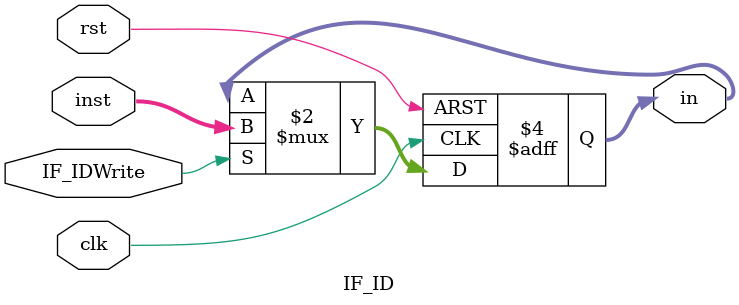
<source format=v>
`timescale 1ns / 1ps


module IF_ID(clk,rst,inst,IF_IDWrite,in);
input clk,rst;
input [31:0]inst;
input IF_IDWrite;
output reg [31:0]in;

always@(posedge clk or posedge rst)
begin
if(rst)
    begin
        in<=0;
    end
    else
        if(IF_IDWrite)
        begin
            in<=inst;
        end
end

endmodule

</source>
